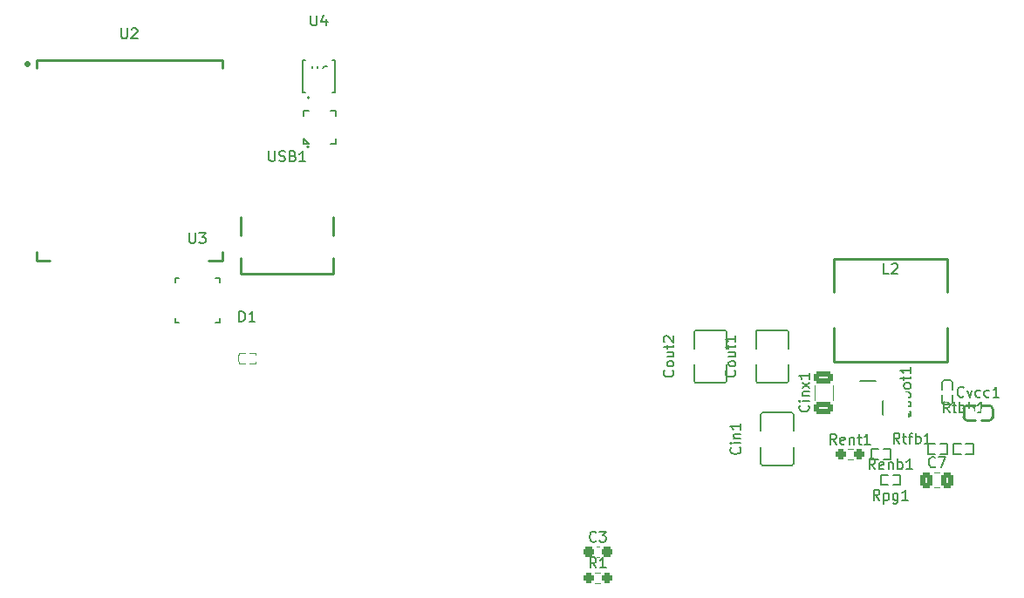
<source format=gbr>
%TF.GenerationSoftware,KiCad,Pcbnew,8.0.0*%
%TF.CreationDate,2024-03-08T03:35:26+01:00*%
%TF.ProjectId,pd65hotplate_esp32,70643635-686f-4747-906c-6174655f6573,rev?*%
%TF.SameCoordinates,Original*%
%TF.FileFunction,Legend,Top*%
%TF.FilePolarity,Positive*%
%FSLAX46Y46*%
G04 Gerber Fmt 4.6, Leading zero omitted, Abs format (unit mm)*
G04 Created by KiCad (PCBNEW 8.0.0) date 2024-03-08 03:35:26*
%MOMM*%
%LPD*%
G01*
G04 APERTURE LIST*
G04 Aperture macros list*
%AMRoundRect*
0 Rectangle with rounded corners*
0 $1 Rounding radius*
0 $2 $3 $4 $5 $6 $7 $8 $9 X,Y pos of 4 corners*
0 Add a 4 corners polygon primitive as box body*
4,1,4,$2,$3,$4,$5,$6,$7,$8,$9,$2,$3,0*
0 Add four circle primitives for the rounded corners*
1,1,$1+$1,$2,$3*
1,1,$1+$1,$4,$5*
1,1,$1+$1,$6,$7*
1,1,$1+$1,$8,$9*
0 Add four rect primitives between the rounded corners*
20,1,$1+$1,$2,$3,$4,$5,0*
20,1,$1+$1,$4,$5,$6,$7,0*
20,1,$1+$1,$6,$7,$8,$9,0*
20,1,$1+$1,$8,$9,$2,$3,0*%
G04 Aperture macros list end*
%ADD10C,0.150000*%
%ADD11C,0.254000*%
%ADD12C,0.120000*%
%ADD13C,0.250000*%
%ADD14C,0.200000*%
%ADD15C,0.100000*%
%ADD16RoundRect,0.237500X-0.250000X-0.237500X0.250000X-0.237500X0.250000X0.237500X-0.250000X0.237500X0*%
%ADD17R,0.570000X0.540000*%
%ADD18RoundRect,0.250000X-0.337500X-0.475000X0.337500X-0.475000X0.337500X0.475000X-0.337500X0.475000X0*%
%ADD19RoundRect,0.237500X-0.300000X-0.237500X0.300000X-0.237500X0.300000X0.237500X-0.300000X0.237500X0*%
%ADD20R,0.300000X1.150000*%
%ADD21O,1.000000X1.800000*%
%ADD22O,1.000000X2.100000*%
%ADD23C,0.650000*%
%ADD24R,0.280000X0.660000*%
%ADD25R,0.660000X0.280000*%
%ADD26R,1.750000X1.750000*%
%ADD27R,2.500000X1.500000*%
%ADD28O,0.280000X0.700000*%
%ADD29O,0.700000X0.280000*%
%ADD30R,2.800000X2.800000*%
%ADD31R,1.500000X0.900000*%
%ADD32R,0.900000X1.500000*%
%ADD33R,0.900000X0.900000*%
%ADD34C,0.400000*%
%ADD35R,3.000000X3.000000*%
%ADD36R,1.525000X0.650000*%
%ADD37R,2.400000X3.100000*%
%ADD38R,0.500000X0.600000*%
%ADD39R,2.700000X1.630000*%
%ADD40R,0.540000X0.790000*%
%ADD41R,0.800000X0.900000*%
%ADD42RoundRect,0.250000X0.650000X-0.325000X0.650000X0.325000X-0.650000X0.325000X-0.650000X-0.325000X0*%
G04 APERTURE END LIST*
D10*
X105236666Y-75024819D02*
X104903333Y-74548628D01*
X104665238Y-75024819D02*
X104665238Y-74024819D01*
X104665238Y-74024819D02*
X105046190Y-74024819D01*
X105046190Y-74024819D02*
X105141428Y-74072438D01*
X105141428Y-74072438D02*
X105189047Y-74120057D01*
X105189047Y-74120057D02*
X105236666Y-74215295D01*
X105236666Y-74215295D02*
X105236666Y-74358152D01*
X105236666Y-74358152D02*
X105189047Y-74453390D01*
X105189047Y-74453390D02*
X105141428Y-74501009D01*
X105141428Y-74501009D02*
X105046190Y-74548628D01*
X105046190Y-74548628D02*
X104665238Y-74548628D01*
X106046190Y-74977200D02*
X105950952Y-75024819D01*
X105950952Y-75024819D02*
X105760476Y-75024819D01*
X105760476Y-75024819D02*
X105665238Y-74977200D01*
X105665238Y-74977200D02*
X105617619Y-74881961D01*
X105617619Y-74881961D02*
X105617619Y-74501009D01*
X105617619Y-74501009D02*
X105665238Y-74405771D01*
X105665238Y-74405771D02*
X105760476Y-74358152D01*
X105760476Y-74358152D02*
X105950952Y-74358152D01*
X105950952Y-74358152D02*
X106046190Y-74405771D01*
X106046190Y-74405771D02*
X106093809Y-74501009D01*
X106093809Y-74501009D02*
X106093809Y-74596247D01*
X106093809Y-74596247D02*
X105617619Y-74691485D01*
X106522381Y-74358152D02*
X106522381Y-75024819D01*
X106522381Y-74453390D02*
X106570000Y-74405771D01*
X106570000Y-74405771D02*
X106665238Y-74358152D01*
X106665238Y-74358152D02*
X106808095Y-74358152D01*
X106808095Y-74358152D02*
X106903333Y-74405771D01*
X106903333Y-74405771D02*
X106950952Y-74501009D01*
X106950952Y-74501009D02*
X106950952Y-75024819D01*
X107284286Y-74358152D02*
X107665238Y-74358152D01*
X107427143Y-74024819D02*
X107427143Y-74881961D01*
X107427143Y-74881961D02*
X107474762Y-74977200D01*
X107474762Y-74977200D02*
X107570000Y-75024819D01*
X107570000Y-75024819D02*
X107665238Y-75024819D01*
X108522381Y-75024819D02*
X107950953Y-75024819D01*
X108236667Y-75024819D02*
X108236667Y-74024819D01*
X108236667Y-74024819D02*
X108141429Y-74167676D01*
X108141429Y-74167676D02*
X108046191Y-74262914D01*
X108046191Y-74262914D02*
X107950953Y-74310533D01*
X108999999Y-77454819D02*
X108666666Y-76978628D01*
X108428571Y-77454819D02*
X108428571Y-76454819D01*
X108428571Y-76454819D02*
X108809523Y-76454819D01*
X108809523Y-76454819D02*
X108904761Y-76502438D01*
X108904761Y-76502438D02*
X108952380Y-76550057D01*
X108952380Y-76550057D02*
X108999999Y-76645295D01*
X108999999Y-76645295D02*
X108999999Y-76788152D01*
X108999999Y-76788152D02*
X108952380Y-76883390D01*
X108952380Y-76883390D02*
X108904761Y-76931009D01*
X108904761Y-76931009D02*
X108809523Y-76978628D01*
X108809523Y-76978628D02*
X108428571Y-76978628D01*
X109809523Y-77407200D02*
X109714285Y-77454819D01*
X109714285Y-77454819D02*
X109523809Y-77454819D01*
X109523809Y-77454819D02*
X109428571Y-77407200D01*
X109428571Y-77407200D02*
X109380952Y-77311961D01*
X109380952Y-77311961D02*
X109380952Y-76931009D01*
X109380952Y-76931009D02*
X109428571Y-76835771D01*
X109428571Y-76835771D02*
X109523809Y-76788152D01*
X109523809Y-76788152D02*
X109714285Y-76788152D01*
X109714285Y-76788152D02*
X109809523Y-76835771D01*
X109809523Y-76835771D02*
X109857142Y-76931009D01*
X109857142Y-76931009D02*
X109857142Y-77026247D01*
X109857142Y-77026247D02*
X109380952Y-77121485D01*
X110285714Y-76788152D02*
X110285714Y-77454819D01*
X110285714Y-76883390D02*
X110333333Y-76835771D01*
X110333333Y-76835771D02*
X110428571Y-76788152D01*
X110428571Y-76788152D02*
X110571428Y-76788152D01*
X110571428Y-76788152D02*
X110666666Y-76835771D01*
X110666666Y-76835771D02*
X110714285Y-76931009D01*
X110714285Y-76931009D02*
X110714285Y-77454819D01*
X111190476Y-77454819D02*
X111190476Y-76454819D01*
X111190476Y-76835771D02*
X111285714Y-76788152D01*
X111285714Y-76788152D02*
X111476190Y-76788152D01*
X111476190Y-76788152D02*
X111571428Y-76835771D01*
X111571428Y-76835771D02*
X111619047Y-76883390D01*
X111619047Y-76883390D02*
X111666666Y-76978628D01*
X111666666Y-76978628D02*
X111666666Y-77264342D01*
X111666666Y-77264342D02*
X111619047Y-77359580D01*
X111619047Y-77359580D02*
X111571428Y-77407200D01*
X111571428Y-77407200D02*
X111476190Y-77454819D01*
X111476190Y-77454819D02*
X111285714Y-77454819D01*
X111285714Y-77454819D02*
X111190476Y-77407200D01*
X112619047Y-77454819D02*
X112047619Y-77454819D01*
X112333333Y-77454819D02*
X112333333Y-76454819D01*
X112333333Y-76454819D02*
X112238095Y-76597676D01*
X112238095Y-76597676D02*
X112142857Y-76692914D01*
X112142857Y-76692914D02*
X112047619Y-76740533D01*
X81920833Y-87024819D02*
X81587500Y-86548628D01*
X81349405Y-87024819D02*
X81349405Y-86024819D01*
X81349405Y-86024819D02*
X81730357Y-86024819D01*
X81730357Y-86024819D02*
X81825595Y-86072438D01*
X81825595Y-86072438D02*
X81873214Y-86120057D01*
X81873214Y-86120057D02*
X81920833Y-86215295D01*
X81920833Y-86215295D02*
X81920833Y-86358152D01*
X81920833Y-86358152D02*
X81873214Y-86453390D01*
X81873214Y-86453390D02*
X81825595Y-86501009D01*
X81825595Y-86501009D02*
X81730357Y-86548628D01*
X81730357Y-86548628D02*
X81349405Y-86548628D01*
X82873214Y-87024819D02*
X82301786Y-87024819D01*
X82587500Y-87024819D02*
X82587500Y-86024819D01*
X82587500Y-86024819D02*
X82492262Y-86167676D01*
X82492262Y-86167676D02*
X82397024Y-86262914D01*
X82397024Y-86262914D02*
X82301786Y-86310533D01*
X114833333Y-77179580D02*
X114785714Y-77227200D01*
X114785714Y-77227200D02*
X114642857Y-77274819D01*
X114642857Y-77274819D02*
X114547619Y-77274819D01*
X114547619Y-77274819D02*
X114404762Y-77227200D01*
X114404762Y-77227200D02*
X114309524Y-77131961D01*
X114309524Y-77131961D02*
X114261905Y-77036723D01*
X114261905Y-77036723D02*
X114214286Y-76846247D01*
X114214286Y-76846247D02*
X114214286Y-76703390D01*
X114214286Y-76703390D02*
X114261905Y-76512914D01*
X114261905Y-76512914D02*
X114309524Y-76417676D01*
X114309524Y-76417676D02*
X114404762Y-76322438D01*
X114404762Y-76322438D02*
X114547619Y-76274819D01*
X114547619Y-76274819D02*
X114642857Y-76274819D01*
X114642857Y-76274819D02*
X114785714Y-76322438D01*
X114785714Y-76322438D02*
X114833333Y-76370057D01*
X115166667Y-76274819D02*
X115833333Y-76274819D01*
X115833333Y-76274819D02*
X115404762Y-77274819D01*
X81920833Y-84419580D02*
X81873214Y-84467200D01*
X81873214Y-84467200D02*
X81730357Y-84514819D01*
X81730357Y-84514819D02*
X81635119Y-84514819D01*
X81635119Y-84514819D02*
X81492262Y-84467200D01*
X81492262Y-84467200D02*
X81397024Y-84371961D01*
X81397024Y-84371961D02*
X81349405Y-84276723D01*
X81349405Y-84276723D02*
X81301786Y-84086247D01*
X81301786Y-84086247D02*
X81301786Y-83943390D01*
X81301786Y-83943390D02*
X81349405Y-83752914D01*
X81349405Y-83752914D02*
X81397024Y-83657676D01*
X81397024Y-83657676D02*
X81492262Y-83562438D01*
X81492262Y-83562438D02*
X81635119Y-83514819D01*
X81635119Y-83514819D02*
X81730357Y-83514819D01*
X81730357Y-83514819D02*
X81873214Y-83562438D01*
X81873214Y-83562438D02*
X81920833Y-83610057D01*
X82254167Y-83514819D02*
X82873214Y-83514819D01*
X82873214Y-83514819D02*
X82539881Y-83895771D01*
X82539881Y-83895771D02*
X82682738Y-83895771D01*
X82682738Y-83895771D02*
X82777976Y-83943390D01*
X82777976Y-83943390D02*
X82825595Y-83991009D01*
X82825595Y-83991009D02*
X82873214Y-84086247D01*
X82873214Y-84086247D02*
X82873214Y-84324342D01*
X82873214Y-84324342D02*
X82825595Y-84419580D01*
X82825595Y-84419580D02*
X82777976Y-84467200D01*
X82777976Y-84467200D02*
X82682738Y-84514819D01*
X82682738Y-84514819D02*
X82397024Y-84514819D01*
X82397024Y-84514819D02*
X82301786Y-84467200D01*
X82301786Y-84467200D02*
X82254167Y-84419580D01*
X50161905Y-46549819D02*
X50161905Y-47359342D01*
X50161905Y-47359342D02*
X50209524Y-47454580D01*
X50209524Y-47454580D02*
X50257143Y-47502200D01*
X50257143Y-47502200D02*
X50352381Y-47549819D01*
X50352381Y-47549819D02*
X50542857Y-47549819D01*
X50542857Y-47549819D02*
X50638095Y-47502200D01*
X50638095Y-47502200D02*
X50685714Y-47454580D01*
X50685714Y-47454580D02*
X50733333Y-47359342D01*
X50733333Y-47359342D02*
X50733333Y-46549819D01*
X51161905Y-47502200D02*
X51304762Y-47549819D01*
X51304762Y-47549819D02*
X51542857Y-47549819D01*
X51542857Y-47549819D02*
X51638095Y-47502200D01*
X51638095Y-47502200D02*
X51685714Y-47454580D01*
X51685714Y-47454580D02*
X51733333Y-47359342D01*
X51733333Y-47359342D02*
X51733333Y-47264104D01*
X51733333Y-47264104D02*
X51685714Y-47168866D01*
X51685714Y-47168866D02*
X51638095Y-47121247D01*
X51638095Y-47121247D02*
X51542857Y-47073628D01*
X51542857Y-47073628D02*
X51352381Y-47026009D01*
X51352381Y-47026009D02*
X51257143Y-46978390D01*
X51257143Y-46978390D02*
X51209524Y-46930771D01*
X51209524Y-46930771D02*
X51161905Y-46835533D01*
X51161905Y-46835533D02*
X51161905Y-46740295D01*
X51161905Y-46740295D02*
X51209524Y-46645057D01*
X51209524Y-46645057D02*
X51257143Y-46597438D01*
X51257143Y-46597438D02*
X51352381Y-46549819D01*
X51352381Y-46549819D02*
X51590476Y-46549819D01*
X51590476Y-46549819D02*
X51733333Y-46597438D01*
X52495238Y-47026009D02*
X52638095Y-47073628D01*
X52638095Y-47073628D02*
X52685714Y-47121247D01*
X52685714Y-47121247D02*
X52733333Y-47216485D01*
X52733333Y-47216485D02*
X52733333Y-47359342D01*
X52733333Y-47359342D02*
X52685714Y-47454580D01*
X52685714Y-47454580D02*
X52638095Y-47502200D01*
X52638095Y-47502200D02*
X52542857Y-47549819D01*
X52542857Y-47549819D02*
X52161905Y-47549819D01*
X52161905Y-47549819D02*
X52161905Y-46549819D01*
X52161905Y-46549819D02*
X52495238Y-46549819D01*
X52495238Y-46549819D02*
X52590476Y-46597438D01*
X52590476Y-46597438D02*
X52638095Y-46645057D01*
X52638095Y-46645057D02*
X52685714Y-46740295D01*
X52685714Y-46740295D02*
X52685714Y-46835533D01*
X52685714Y-46835533D02*
X52638095Y-46930771D01*
X52638095Y-46930771D02*
X52590476Y-46978390D01*
X52590476Y-46978390D02*
X52495238Y-47026009D01*
X52495238Y-47026009D02*
X52161905Y-47026009D01*
X53685714Y-47549819D02*
X53114286Y-47549819D01*
X53400000Y-47549819D02*
X53400000Y-46549819D01*
X53400000Y-46549819D02*
X53304762Y-46692676D01*
X53304762Y-46692676D02*
X53209524Y-46787914D01*
X53209524Y-46787914D02*
X53114286Y-46835533D01*
X54328095Y-38294819D02*
X54328095Y-39104342D01*
X54328095Y-39104342D02*
X54375714Y-39199580D01*
X54375714Y-39199580D02*
X54423333Y-39247200D01*
X54423333Y-39247200D02*
X54518571Y-39294819D01*
X54518571Y-39294819D02*
X54709047Y-39294819D01*
X54709047Y-39294819D02*
X54804285Y-39247200D01*
X54804285Y-39247200D02*
X54851904Y-39199580D01*
X54851904Y-39199580D02*
X54899523Y-39104342D01*
X54899523Y-39104342D02*
X54899523Y-38294819D01*
X55804285Y-38294819D02*
X55613809Y-38294819D01*
X55613809Y-38294819D02*
X55518571Y-38342438D01*
X55518571Y-38342438D02*
X55470952Y-38390057D01*
X55470952Y-38390057D02*
X55375714Y-38532914D01*
X55375714Y-38532914D02*
X55328095Y-38723390D01*
X55328095Y-38723390D02*
X55328095Y-39104342D01*
X55328095Y-39104342D02*
X55375714Y-39199580D01*
X55375714Y-39199580D02*
X55423333Y-39247200D01*
X55423333Y-39247200D02*
X55518571Y-39294819D01*
X55518571Y-39294819D02*
X55709047Y-39294819D01*
X55709047Y-39294819D02*
X55804285Y-39247200D01*
X55804285Y-39247200D02*
X55851904Y-39199580D01*
X55851904Y-39199580D02*
X55899523Y-39104342D01*
X55899523Y-39104342D02*
X55899523Y-38866247D01*
X55899523Y-38866247D02*
X55851904Y-38771009D01*
X55851904Y-38771009D02*
X55804285Y-38723390D01*
X55804285Y-38723390D02*
X55709047Y-38675771D01*
X55709047Y-38675771D02*
X55518571Y-38675771D01*
X55518571Y-38675771D02*
X55423333Y-38723390D01*
X55423333Y-38723390D02*
X55375714Y-38771009D01*
X55375714Y-38771009D02*
X55328095Y-38866247D01*
X54233095Y-33374819D02*
X54233095Y-34184342D01*
X54233095Y-34184342D02*
X54280714Y-34279580D01*
X54280714Y-34279580D02*
X54328333Y-34327200D01*
X54328333Y-34327200D02*
X54423571Y-34374819D01*
X54423571Y-34374819D02*
X54614047Y-34374819D01*
X54614047Y-34374819D02*
X54709285Y-34327200D01*
X54709285Y-34327200D02*
X54756904Y-34279580D01*
X54756904Y-34279580D02*
X54804523Y-34184342D01*
X54804523Y-34184342D02*
X54804523Y-33374819D01*
X55709285Y-33708152D02*
X55709285Y-34374819D01*
X55471190Y-33327200D02*
X55233095Y-34041485D01*
X55233095Y-34041485D02*
X55852142Y-34041485D01*
X42428095Y-54504819D02*
X42428095Y-55314342D01*
X42428095Y-55314342D02*
X42475714Y-55409580D01*
X42475714Y-55409580D02*
X42523333Y-55457200D01*
X42523333Y-55457200D02*
X42618571Y-55504819D01*
X42618571Y-55504819D02*
X42809047Y-55504819D01*
X42809047Y-55504819D02*
X42904285Y-55457200D01*
X42904285Y-55457200D02*
X42951904Y-55409580D01*
X42951904Y-55409580D02*
X42999523Y-55314342D01*
X42999523Y-55314342D02*
X42999523Y-54504819D01*
X43380476Y-54504819D02*
X43999523Y-54504819D01*
X43999523Y-54504819D02*
X43666190Y-54885771D01*
X43666190Y-54885771D02*
X43809047Y-54885771D01*
X43809047Y-54885771D02*
X43904285Y-54933390D01*
X43904285Y-54933390D02*
X43951904Y-54981009D01*
X43951904Y-54981009D02*
X43999523Y-55076247D01*
X43999523Y-55076247D02*
X43999523Y-55314342D01*
X43999523Y-55314342D02*
X43951904Y-55409580D01*
X43951904Y-55409580D02*
X43904285Y-55457200D01*
X43904285Y-55457200D02*
X43809047Y-55504819D01*
X43809047Y-55504819D02*
X43523333Y-55504819D01*
X43523333Y-55504819D02*
X43428095Y-55457200D01*
X43428095Y-55457200D02*
X43380476Y-55409580D01*
X35823095Y-34629819D02*
X35823095Y-35439342D01*
X35823095Y-35439342D02*
X35870714Y-35534580D01*
X35870714Y-35534580D02*
X35918333Y-35582200D01*
X35918333Y-35582200D02*
X36013571Y-35629819D01*
X36013571Y-35629819D02*
X36204047Y-35629819D01*
X36204047Y-35629819D02*
X36299285Y-35582200D01*
X36299285Y-35582200D02*
X36346904Y-35534580D01*
X36346904Y-35534580D02*
X36394523Y-35439342D01*
X36394523Y-35439342D02*
X36394523Y-34629819D01*
X36823095Y-34725057D02*
X36870714Y-34677438D01*
X36870714Y-34677438D02*
X36965952Y-34629819D01*
X36965952Y-34629819D02*
X37204047Y-34629819D01*
X37204047Y-34629819D02*
X37299285Y-34677438D01*
X37299285Y-34677438D02*
X37346904Y-34725057D01*
X37346904Y-34725057D02*
X37394523Y-34820295D01*
X37394523Y-34820295D02*
X37394523Y-34915533D01*
X37394523Y-34915533D02*
X37346904Y-35058390D01*
X37346904Y-35058390D02*
X36775476Y-35629819D01*
X36775476Y-35629819D02*
X37394523Y-35629819D01*
X116212856Y-71954819D02*
X115879523Y-71478628D01*
X115641428Y-71954819D02*
X115641428Y-70954819D01*
X115641428Y-70954819D02*
X116022380Y-70954819D01*
X116022380Y-70954819D02*
X116117618Y-71002438D01*
X116117618Y-71002438D02*
X116165237Y-71050057D01*
X116165237Y-71050057D02*
X116212856Y-71145295D01*
X116212856Y-71145295D02*
X116212856Y-71288152D01*
X116212856Y-71288152D02*
X116165237Y-71383390D01*
X116165237Y-71383390D02*
X116117618Y-71431009D01*
X116117618Y-71431009D02*
X116022380Y-71478628D01*
X116022380Y-71478628D02*
X115641428Y-71478628D01*
X116498571Y-71288152D02*
X116879523Y-71288152D01*
X116641428Y-70954819D02*
X116641428Y-71811961D01*
X116641428Y-71811961D02*
X116689047Y-71907200D01*
X116689047Y-71907200D02*
X116784285Y-71954819D01*
X116784285Y-71954819D02*
X116879523Y-71954819D01*
X117212857Y-71954819D02*
X117212857Y-70954819D01*
X117212857Y-71335771D02*
X117308095Y-71288152D01*
X117308095Y-71288152D02*
X117498571Y-71288152D01*
X117498571Y-71288152D02*
X117593809Y-71335771D01*
X117593809Y-71335771D02*
X117641428Y-71383390D01*
X117641428Y-71383390D02*
X117689047Y-71478628D01*
X117689047Y-71478628D02*
X117689047Y-71764342D01*
X117689047Y-71764342D02*
X117641428Y-71859580D01*
X117641428Y-71859580D02*
X117593809Y-71907200D01*
X117593809Y-71907200D02*
X117498571Y-71954819D01*
X117498571Y-71954819D02*
X117308095Y-71954819D01*
X117308095Y-71954819D02*
X117212857Y-71907200D01*
X118117619Y-71954819D02*
X118117619Y-70954819D01*
X118117619Y-71335771D02*
X118212857Y-71288152D01*
X118212857Y-71288152D02*
X118403333Y-71288152D01*
X118403333Y-71288152D02*
X118498571Y-71335771D01*
X118498571Y-71335771D02*
X118546190Y-71383390D01*
X118546190Y-71383390D02*
X118593809Y-71478628D01*
X118593809Y-71478628D02*
X118593809Y-71764342D01*
X118593809Y-71764342D02*
X118546190Y-71859580D01*
X118546190Y-71859580D02*
X118498571Y-71907200D01*
X118498571Y-71907200D02*
X118403333Y-71954819D01*
X118403333Y-71954819D02*
X118212857Y-71954819D01*
X118212857Y-71954819D02*
X118117619Y-71907200D01*
X119546190Y-71954819D02*
X118974762Y-71954819D01*
X119260476Y-71954819D02*
X119260476Y-70954819D01*
X119260476Y-70954819D02*
X119165238Y-71097676D01*
X119165238Y-71097676D02*
X119070000Y-71192914D01*
X119070000Y-71192914D02*
X118974762Y-71240533D01*
X111379523Y-74954819D02*
X111046190Y-74478628D01*
X110808095Y-74954819D02*
X110808095Y-73954819D01*
X110808095Y-73954819D02*
X111189047Y-73954819D01*
X111189047Y-73954819D02*
X111284285Y-74002438D01*
X111284285Y-74002438D02*
X111331904Y-74050057D01*
X111331904Y-74050057D02*
X111379523Y-74145295D01*
X111379523Y-74145295D02*
X111379523Y-74288152D01*
X111379523Y-74288152D02*
X111331904Y-74383390D01*
X111331904Y-74383390D02*
X111284285Y-74431009D01*
X111284285Y-74431009D02*
X111189047Y-74478628D01*
X111189047Y-74478628D02*
X110808095Y-74478628D01*
X111665238Y-74288152D02*
X112046190Y-74288152D01*
X111808095Y-73954819D02*
X111808095Y-74811961D01*
X111808095Y-74811961D02*
X111855714Y-74907200D01*
X111855714Y-74907200D02*
X111950952Y-74954819D01*
X111950952Y-74954819D02*
X112046190Y-74954819D01*
X112236667Y-74288152D02*
X112617619Y-74288152D01*
X112379524Y-74954819D02*
X112379524Y-74097676D01*
X112379524Y-74097676D02*
X112427143Y-74002438D01*
X112427143Y-74002438D02*
X112522381Y-73954819D01*
X112522381Y-73954819D02*
X112617619Y-73954819D01*
X112950953Y-74954819D02*
X112950953Y-73954819D01*
X112950953Y-74335771D02*
X113046191Y-74288152D01*
X113046191Y-74288152D02*
X113236667Y-74288152D01*
X113236667Y-74288152D02*
X113331905Y-74335771D01*
X113331905Y-74335771D02*
X113379524Y-74383390D01*
X113379524Y-74383390D02*
X113427143Y-74478628D01*
X113427143Y-74478628D02*
X113427143Y-74764342D01*
X113427143Y-74764342D02*
X113379524Y-74859580D01*
X113379524Y-74859580D02*
X113331905Y-74907200D01*
X113331905Y-74907200D02*
X113236667Y-74954819D01*
X113236667Y-74954819D02*
X113046191Y-74954819D01*
X113046191Y-74954819D02*
X112950953Y-74907200D01*
X114379524Y-74954819D02*
X113808096Y-74954819D01*
X114093810Y-74954819D02*
X114093810Y-73954819D01*
X114093810Y-73954819D02*
X113998572Y-74097676D01*
X113998572Y-74097676D02*
X113903334Y-74192914D01*
X113903334Y-74192914D02*
X113808096Y-74240533D01*
X109428571Y-80454819D02*
X109095238Y-79978628D01*
X108857143Y-80454819D02*
X108857143Y-79454819D01*
X108857143Y-79454819D02*
X109238095Y-79454819D01*
X109238095Y-79454819D02*
X109333333Y-79502438D01*
X109333333Y-79502438D02*
X109380952Y-79550057D01*
X109380952Y-79550057D02*
X109428571Y-79645295D01*
X109428571Y-79645295D02*
X109428571Y-79788152D01*
X109428571Y-79788152D02*
X109380952Y-79883390D01*
X109380952Y-79883390D02*
X109333333Y-79931009D01*
X109333333Y-79931009D02*
X109238095Y-79978628D01*
X109238095Y-79978628D02*
X108857143Y-79978628D01*
X109857143Y-79788152D02*
X109857143Y-80788152D01*
X109857143Y-79835771D02*
X109952381Y-79788152D01*
X109952381Y-79788152D02*
X110142857Y-79788152D01*
X110142857Y-79788152D02*
X110238095Y-79835771D01*
X110238095Y-79835771D02*
X110285714Y-79883390D01*
X110285714Y-79883390D02*
X110333333Y-79978628D01*
X110333333Y-79978628D02*
X110333333Y-80264342D01*
X110333333Y-80264342D02*
X110285714Y-80359580D01*
X110285714Y-80359580D02*
X110238095Y-80407200D01*
X110238095Y-80407200D02*
X110142857Y-80454819D01*
X110142857Y-80454819D02*
X109952381Y-80454819D01*
X109952381Y-80454819D02*
X109857143Y-80407200D01*
X111190476Y-79788152D02*
X111190476Y-80597676D01*
X111190476Y-80597676D02*
X111142857Y-80692914D01*
X111142857Y-80692914D02*
X111095238Y-80740533D01*
X111095238Y-80740533D02*
X111000000Y-80788152D01*
X111000000Y-80788152D02*
X110857143Y-80788152D01*
X110857143Y-80788152D02*
X110761905Y-80740533D01*
X111190476Y-80407200D02*
X111095238Y-80454819D01*
X111095238Y-80454819D02*
X110904762Y-80454819D01*
X110904762Y-80454819D02*
X110809524Y-80407200D01*
X110809524Y-80407200D02*
X110761905Y-80359580D01*
X110761905Y-80359580D02*
X110714286Y-80264342D01*
X110714286Y-80264342D02*
X110714286Y-79978628D01*
X110714286Y-79978628D02*
X110761905Y-79883390D01*
X110761905Y-79883390D02*
X110809524Y-79835771D01*
X110809524Y-79835771D02*
X110904762Y-79788152D01*
X110904762Y-79788152D02*
X111095238Y-79788152D01*
X111095238Y-79788152D02*
X111190476Y-79835771D01*
X112190476Y-80454819D02*
X111619048Y-80454819D01*
X111904762Y-80454819D02*
X111904762Y-79454819D01*
X111904762Y-79454819D02*
X111809524Y-79597676D01*
X111809524Y-79597676D02*
X111714286Y-79692914D01*
X111714286Y-79692914D02*
X111619048Y-79740533D01*
X110333333Y-58454819D02*
X109857143Y-58454819D01*
X109857143Y-58454819D02*
X109857143Y-57454819D01*
X110619048Y-57550057D02*
X110666667Y-57502438D01*
X110666667Y-57502438D02*
X110761905Y-57454819D01*
X110761905Y-57454819D02*
X111000000Y-57454819D01*
X111000000Y-57454819D02*
X111095238Y-57502438D01*
X111095238Y-57502438D02*
X111142857Y-57550057D01*
X111142857Y-57550057D02*
X111190476Y-57645295D01*
X111190476Y-57645295D02*
X111190476Y-57740533D01*
X111190476Y-57740533D02*
X111142857Y-57883390D01*
X111142857Y-57883390D02*
X110571429Y-58454819D01*
X110571429Y-58454819D02*
X111190476Y-58454819D01*
D11*
X109760237Y-72074318D02*
X109760237Y-70804318D01*
X111090714Y-71953365D02*
X111030238Y-72013842D01*
X111030238Y-72013842D02*
X110848809Y-72074318D01*
X110848809Y-72074318D02*
X110727857Y-72074318D01*
X110727857Y-72074318D02*
X110546428Y-72013842D01*
X110546428Y-72013842D02*
X110425476Y-71892889D01*
X110425476Y-71892889D02*
X110364999Y-71771937D01*
X110364999Y-71771937D02*
X110304523Y-71530032D01*
X110304523Y-71530032D02*
X110304523Y-71348603D01*
X110304523Y-71348603D02*
X110364999Y-71106699D01*
X110364999Y-71106699D02*
X110425476Y-70985746D01*
X110425476Y-70985746D02*
X110546428Y-70864794D01*
X110546428Y-70864794D02*
X110727857Y-70804318D01*
X110727857Y-70804318D02*
X110848809Y-70804318D01*
X110848809Y-70804318D02*
X111030238Y-70864794D01*
X111030238Y-70864794D02*
X111090714Y-70925270D01*
X112300238Y-72074318D02*
X111574523Y-72074318D01*
X111937380Y-72074318D02*
X111937380Y-70804318D01*
X111937380Y-70804318D02*
X111816428Y-70985746D01*
X111816428Y-70985746D02*
X111695476Y-71106699D01*
X111695476Y-71106699D02*
X111574523Y-71167175D01*
D10*
X47291905Y-63114819D02*
X47291905Y-62114819D01*
X47291905Y-62114819D02*
X47530000Y-62114819D01*
X47530000Y-62114819D02*
X47672857Y-62162438D01*
X47672857Y-62162438D02*
X47768095Y-62257676D01*
X47768095Y-62257676D02*
X47815714Y-62352914D01*
X47815714Y-62352914D02*
X47863333Y-62543390D01*
X47863333Y-62543390D02*
X47863333Y-62686247D01*
X47863333Y-62686247D02*
X47815714Y-62876723D01*
X47815714Y-62876723D02*
X47768095Y-62971961D01*
X47768095Y-62971961D02*
X47672857Y-63067200D01*
X47672857Y-63067200D02*
X47530000Y-63114819D01*
X47530000Y-63114819D02*
X47291905Y-63114819D01*
X48815714Y-63114819D02*
X48244286Y-63114819D01*
X48530000Y-63114819D02*
X48530000Y-62114819D01*
X48530000Y-62114819D02*
X48434762Y-62257676D01*
X48434762Y-62257676D02*
X48339524Y-62352914D01*
X48339524Y-62352914D02*
X48244286Y-62400533D01*
X89359580Y-67857143D02*
X89407200Y-67904762D01*
X89407200Y-67904762D02*
X89454819Y-68047619D01*
X89454819Y-68047619D02*
X89454819Y-68142857D01*
X89454819Y-68142857D02*
X89407200Y-68285714D01*
X89407200Y-68285714D02*
X89311961Y-68380952D01*
X89311961Y-68380952D02*
X89216723Y-68428571D01*
X89216723Y-68428571D02*
X89026247Y-68476190D01*
X89026247Y-68476190D02*
X88883390Y-68476190D01*
X88883390Y-68476190D02*
X88692914Y-68428571D01*
X88692914Y-68428571D02*
X88597676Y-68380952D01*
X88597676Y-68380952D02*
X88502438Y-68285714D01*
X88502438Y-68285714D02*
X88454819Y-68142857D01*
X88454819Y-68142857D02*
X88454819Y-68047619D01*
X88454819Y-68047619D02*
X88502438Y-67904762D01*
X88502438Y-67904762D02*
X88550057Y-67857143D01*
X89454819Y-67285714D02*
X89407200Y-67380952D01*
X89407200Y-67380952D02*
X89359580Y-67428571D01*
X89359580Y-67428571D02*
X89264342Y-67476190D01*
X89264342Y-67476190D02*
X88978628Y-67476190D01*
X88978628Y-67476190D02*
X88883390Y-67428571D01*
X88883390Y-67428571D02*
X88835771Y-67380952D01*
X88835771Y-67380952D02*
X88788152Y-67285714D01*
X88788152Y-67285714D02*
X88788152Y-67142857D01*
X88788152Y-67142857D02*
X88835771Y-67047619D01*
X88835771Y-67047619D02*
X88883390Y-67000000D01*
X88883390Y-67000000D02*
X88978628Y-66952381D01*
X88978628Y-66952381D02*
X89264342Y-66952381D01*
X89264342Y-66952381D02*
X89359580Y-67000000D01*
X89359580Y-67000000D02*
X89407200Y-67047619D01*
X89407200Y-67047619D02*
X89454819Y-67142857D01*
X89454819Y-67142857D02*
X89454819Y-67285714D01*
X88788152Y-66095238D02*
X89454819Y-66095238D01*
X88788152Y-66523809D02*
X89311961Y-66523809D01*
X89311961Y-66523809D02*
X89407200Y-66476190D01*
X89407200Y-66476190D02*
X89454819Y-66380952D01*
X89454819Y-66380952D02*
X89454819Y-66238095D01*
X89454819Y-66238095D02*
X89407200Y-66142857D01*
X89407200Y-66142857D02*
X89359580Y-66095238D01*
X88788152Y-65761904D02*
X88788152Y-65380952D01*
X88454819Y-65619047D02*
X89311961Y-65619047D01*
X89311961Y-65619047D02*
X89407200Y-65571428D01*
X89407200Y-65571428D02*
X89454819Y-65476190D01*
X89454819Y-65476190D02*
X89454819Y-65380952D01*
X88550057Y-65095237D02*
X88502438Y-65047618D01*
X88502438Y-65047618D02*
X88454819Y-64952380D01*
X88454819Y-64952380D02*
X88454819Y-64714285D01*
X88454819Y-64714285D02*
X88502438Y-64619047D01*
X88502438Y-64619047D02*
X88550057Y-64571428D01*
X88550057Y-64571428D02*
X88645295Y-64523809D01*
X88645295Y-64523809D02*
X88740533Y-64523809D01*
X88740533Y-64523809D02*
X88883390Y-64571428D01*
X88883390Y-64571428D02*
X89454819Y-65142856D01*
X89454819Y-65142856D02*
X89454819Y-64523809D01*
X95359580Y-67857143D02*
X95407200Y-67904762D01*
X95407200Y-67904762D02*
X95454819Y-68047619D01*
X95454819Y-68047619D02*
X95454819Y-68142857D01*
X95454819Y-68142857D02*
X95407200Y-68285714D01*
X95407200Y-68285714D02*
X95311961Y-68380952D01*
X95311961Y-68380952D02*
X95216723Y-68428571D01*
X95216723Y-68428571D02*
X95026247Y-68476190D01*
X95026247Y-68476190D02*
X94883390Y-68476190D01*
X94883390Y-68476190D02*
X94692914Y-68428571D01*
X94692914Y-68428571D02*
X94597676Y-68380952D01*
X94597676Y-68380952D02*
X94502438Y-68285714D01*
X94502438Y-68285714D02*
X94454819Y-68142857D01*
X94454819Y-68142857D02*
X94454819Y-68047619D01*
X94454819Y-68047619D02*
X94502438Y-67904762D01*
X94502438Y-67904762D02*
X94550057Y-67857143D01*
X95454819Y-67285714D02*
X95407200Y-67380952D01*
X95407200Y-67380952D02*
X95359580Y-67428571D01*
X95359580Y-67428571D02*
X95264342Y-67476190D01*
X95264342Y-67476190D02*
X94978628Y-67476190D01*
X94978628Y-67476190D02*
X94883390Y-67428571D01*
X94883390Y-67428571D02*
X94835771Y-67380952D01*
X94835771Y-67380952D02*
X94788152Y-67285714D01*
X94788152Y-67285714D02*
X94788152Y-67142857D01*
X94788152Y-67142857D02*
X94835771Y-67047619D01*
X94835771Y-67047619D02*
X94883390Y-67000000D01*
X94883390Y-67000000D02*
X94978628Y-66952381D01*
X94978628Y-66952381D02*
X95264342Y-66952381D01*
X95264342Y-66952381D02*
X95359580Y-67000000D01*
X95359580Y-67000000D02*
X95407200Y-67047619D01*
X95407200Y-67047619D02*
X95454819Y-67142857D01*
X95454819Y-67142857D02*
X95454819Y-67285714D01*
X94788152Y-66095238D02*
X95454819Y-66095238D01*
X94788152Y-66523809D02*
X95311961Y-66523809D01*
X95311961Y-66523809D02*
X95407200Y-66476190D01*
X95407200Y-66476190D02*
X95454819Y-66380952D01*
X95454819Y-66380952D02*
X95454819Y-66238095D01*
X95454819Y-66238095D02*
X95407200Y-66142857D01*
X95407200Y-66142857D02*
X95359580Y-66095238D01*
X94788152Y-65761904D02*
X94788152Y-65380952D01*
X94454819Y-65619047D02*
X95311961Y-65619047D01*
X95311961Y-65619047D02*
X95407200Y-65571428D01*
X95407200Y-65571428D02*
X95454819Y-65476190D01*
X95454819Y-65476190D02*
X95454819Y-65380952D01*
X95454819Y-64523809D02*
X95454819Y-65095237D01*
X95454819Y-64809523D02*
X94454819Y-64809523D01*
X94454819Y-64809523D02*
X94597676Y-64904761D01*
X94597676Y-64904761D02*
X94692914Y-64999999D01*
X94692914Y-64999999D02*
X94740533Y-65095237D01*
X112359580Y-71809524D02*
X112407200Y-71857143D01*
X112407200Y-71857143D02*
X112454819Y-72000000D01*
X112454819Y-72000000D02*
X112454819Y-72095238D01*
X112454819Y-72095238D02*
X112407200Y-72238095D01*
X112407200Y-72238095D02*
X112311961Y-72333333D01*
X112311961Y-72333333D02*
X112216723Y-72380952D01*
X112216723Y-72380952D02*
X112026247Y-72428571D01*
X112026247Y-72428571D02*
X111883390Y-72428571D01*
X111883390Y-72428571D02*
X111692914Y-72380952D01*
X111692914Y-72380952D02*
X111597676Y-72333333D01*
X111597676Y-72333333D02*
X111502438Y-72238095D01*
X111502438Y-72238095D02*
X111454819Y-72095238D01*
X111454819Y-72095238D02*
X111454819Y-72000000D01*
X111454819Y-72000000D02*
X111502438Y-71857143D01*
X111502438Y-71857143D02*
X111550057Y-71809524D01*
X112454819Y-71380952D02*
X111454819Y-71380952D01*
X111835771Y-71380952D02*
X111788152Y-71285714D01*
X111788152Y-71285714D02*
X111788152Y-71095238D01*
X111788152Y-71095238D02*
X111835771Y-71000000D01*
X111835771Y-71000000D02*
X111883390Y-70952381D01*
X111883390Y-70952381D02*
X111978628Y-70904762D01*
X111978628Y-70904762D02*
X112264342Y-70904762D01*
X112264342Y-70904762D02*
X112359580Y-70952381D01*
X112359580Y-70952381D02*
X112407200Y-71000000D01*
X112407200Y-71000000D02*
X112454819Y-71095238D01*
X112454819Y-71095238D02*
X112454819Y-71285714D01*
X112454819Y-71285714D02*
X112407200Y-71380952D01*
X112454819Y-70333333D02*
X112407200Y-70428571D01*
X112407200Y-70428571D02*
X112359580Y-70476190D01*
X112359580Y-70476190D02*
X112264342Y-70523809D01*
X112264342Y-70523809D02*
X111978628Y-70523809D01*
X111978628Y-70523809D02*
X111883390Y-70476190D01*
X111883390Y-70476190D02*
X111835771Y-70428571D01*
X111835771Y-70428571D02*
X111788152Y-70333333D01*
X111788152Y-70333333D02*
X111788152Y-70190476D01*
X111788152Y-70190476D02*
X111835771Y-70095238D01*
X111835771Y-70095238D02*
X111883390Y-70047619D01*
X111883390Y-70047619D02*
X111978628Y-70000000D01*
X111978628Y-70000000D02*
X112264342Y-70000000D01*
X112264342Y-70000000D02*
X112359580Y-70047619D01*
X112359580Y-70047619D02*
X112407200Y-70095238D01*
X112407200Y-70095238D02*
X112454819Y-70190476D01*
X112454819Y-70190476D02*
X112454819Y-70333333D01*
X112454819Y-69428571D02*
X112407200Y-69523809D01*
X112407200Y-69523809D02*
X112359580Y-69571428D01*
X112359580Y-69571428D02*
X112264342Y-69619047D01*
X112264342Y-69619047D02*
X111978628Y-69619047D01*
X111978628Y-69619047D02*
X111883390Y-69571428D01*
X111883390Y-69571428D02*
X111835771Y-69523809D01*
X111835771Y-69523809D02*
X111788152Y-69428571D01*
X111788152Y-69428571D02*
X111788152Y-69285714D01*
X111788152Y-69285714D02*
X111835771Y-69190476D01*
X111835771Y-69190476D02*
X111883390Y-69142857D01*
X111883390Y-69142857D02*
X111978628Y-69095238D01*
X111978628Y-69095238D02*
X112264342Y-69095238D01*
X112264342Y-69095238D02*
X112359580Y-69142857D01*
X112359580Y-69142857D02*
X112407200Y-69190476D01*
X112407200Y-69190476D02*
X112454819Y-69285714D01*
X112454819Y-69285714D02*
X112454819Y-69428571D01*
X111788152Y-68809523D02*
X111788152Y-68428571D01*
X111454819Y-68666666D02*
X112311961Y-68666666D01*
X112311961Y-68666666D02*
X112407200Y-68619047D01*
X112407200Y-68619047D02*
X112454819Y-68523809D01*
X112454819Y-68523809D02*
X112454819Y-68428571D01*
X112454819Y-67571428D02*
X112454819Y-68142856D01*
X112454819Y-67857142D02*
X111454819Y-67857142D01*
X111454819Y-67857142D02*
X111597676Y-67952380D01*
X111597676Y-67952380D02*
X111692914Y-68047618D01*
X111692914Y-68047618D02*
X111740533Y-68142856D01*
X117595237Y-70359580D02*
X117547618Y-70407200D01*
X117547618Y-70407200D02*
X117404761Y-70454819D01*
X117404761Y-70454819D02*
X117309523Y-70454819D01*
X117309523Y-70454819D02*
X117166666Y-70407200D01*
X117166666Y-70407200D02*
X117071428Y-70311961D01*
X117071428Y-70311961D02*
X117023809Y-70216723D01*
X117023809Y-70216723D02*
X116976190Y-70026247D01*
X116976190Y-70026247D02*
X116976190Y-69883390D01*
X116976190Y-69883390D02*
X117023809Y-69692914D01*
X117023809Y-69692914D02*
X117071428Y-69597676D01*
X117071428Y-69597676D02*
X117166666Y-69502438D01*
X117166666Y-69502438D02*
X117309523Y-69454819D01*
X117309523Y-69454819D02*
X117404761Y-69454819D01*
X117404761Y-69454819D02*
X117547618Y-69502438D01*
X117547618Y-69502438D02*
X117595237Y-69550057D01*
X117928571Y-69788152D02*
X118166666Y-70454819D01*
X118166666Y-70454819D02*
X118404761Y-69788152D01*
X119214285Y-70407200D02*
X119119047Y-70454819D01*
X119119047Y-70454819D02*
X118928571Y-70454819D01*
X118928571Y-70454819D02*
X118833333Y-70407200D01*
X118833333Y-70407200D02*
X118785714Y-70359580D01*
X118785714Y-70359580D02*
X118738095Y-70264342D01*
X118738095Y-70264342D02*
X118738095Y-69978628D01*
X118738095Y-69978628D02*
X118785714Y-69883390D01*
X118785714Y-69883390D02*
X118833333Y-69835771D01*
X118833333Y-69835771D02*
X118928571Y-69788152D01*
X118928571Y-69788152D02*
X119119047Y-69788152D01*
X119119047Y-69788152D02*
X119214285Y-69835771D01*
X120071428Y-70407200D02*
X119976190Y-70454819D01*
X119976190Y-70454819D02*
X119785714Y-70454819D01*
X119785714Y-70454819D02*
X119690476Y-70407200D01*
X119690476Y-70407200D02*
X119642857Y-70359580D01*
X119642857Y-70359580D02*
X119595238Y-70264342D01*
X119595238Y-70264342D02*
X119595238Y-69978628D01*
X119595238Y-69978628D02*
X119642857Y-69883390D01*
X119642857Y-69883390D02*
X119690476Y-69835771D01*
X119690476Y-69835771D02*
X119785714Y-69788152D01*
X119785714Y-69788152D02*
X119976190Y-69788152D01*
X119976190Y-69788152D02*
X120071428Y-69835771D01*
X121023809Y-70454819D02*
X120452381Y-70454819D01*
X120738095Y-70454819D02*
X120738095Y-69454819D01*
X120738095Y-69454819D02*
X120642857Y-69597676D01*
X120642857Y-69597676D02*
X120547619Y-69692914D01*
X120547619Y-69692914D02*
X120452381Y-69740533D01*
X102509580Y-71261904D02*
X102557200Y-71309523D01*
X102557200Y-71309523D02*
X102604819Y-71452380D01*
X102604819Y-71452380D02*
X102604819Y-71547618D01*
X102604819Y-71547618D02*
X102557200Y-71690475D01*
X102557200Y-71690475D02*
X102461961Y-71785713D01*
X102461961Y-71785713D02*
X102366723Y-71833332D01*
X102366723Y-71833332D02*
X102176247Y-71880951D01*
X102176247Y-71880951D02*
X102033390Y-71880951D01*
X102033390Y-71880951D02*
X101842914Y-71833332D01*
X101842914Y-71833332D02*
X101747676Y-71785713D01*
X101747676Y-71785713D02*
X101652438Y-71690475D01*
X101652438Y-71690475D02*
X101604819Y-71547618D01*
X101604819Y-71547618D02*
X101604819Y-71452380D01*
X101604819Y-71452380D02*
X101652438Y-71309523D01*
X101652438Y-71309523D02*
X101700057Y-71261904D01*
X102604819Y-70833332D02*
X101938152Y-70833332D01*
X101604819Y-70833332D02*
X101652438Y-70880951D01*
X101652438Y-70880951D02*
X101700057Y-70833332D01*
X101700057Y-70833332D02*
X101652438Y-70785713D01*
X101652438Y-70785713D02*
X101604819Y-70833332D01*
X101604819Y-70833332D02*
X101700057Y-70833332D01*
X101938152Y-70357142D02*
X102604819Y-70357142D01*
X102033390Y-70357142D02*
X101985771Y-70309523D01*
X101985771Y-70309523D02*
X101938152Y-70214285D01*
X101938152Y-70214285D02*
X101938152Y-70071428D01*
X101938152Y-70071428D02*
X101985771Y-69976190D01*
X101985771Y-69976190D02*
X102081009Y-69928571D01*
X102081009Y-69928571D02*
X102604819Y-69928571D01*
X102604819Y-69547618D02*
X101938152Y-69023809D01*
X101938152Y-69547618D02*
X102604819Y-69023809D01*
X102604819Y-68119047D02*
X102604819Y-68690475D01*
X102604819Y-68404761D02*
X101604819Y-68404761D01*
X101604819Y-68404761D02*
X101747676Y-68499999D01*
X101747676Y-68499999D02*
X101842914Y-68595237D01*
X101842914Y-68595237D02*
X101890533Y-68690475D01*
X95859580Y-75357142D02*
X95907200Y-75404761D01*
X95907200Y-75404761D02*
X95954819Y-75547618D01*
X95954819Y-75547618D02*
X95954819Y-75642856D01*
X95954819Y-75642856D02*
X95907200Y-75785713D01*
X95907200Y-75785713D02*
X95811961Y-75880951D01*
X95811961Y-75880951D02*
X95716723Y-75928570D01*
X95716723Y-75928570D02*
X95526247Y-75976189D01*
X95526247Y-75976189D02*
X95383390Y-75976189D01*
X95383390Y-75976189D02*
X95192914Y-75928570D01*
X95192914Y-75928570D02*
X95097676Y-75880951D01*
X95097676Y-75880951D02*
X95002438Y-75785713D01*
X95002438Y-75785713D02*
X94954819Y-75642856D01*
X94954819Y-75642856D02*
X94954819Y-75547618D01*
X94954819Y-75547618D02*
X95002438Y-75404761D01*
X95002438Y-75404761D02*
X95050057Y-75357142D01*
X95954819Y-74928570D02*
X95288152Y-74928570D01*
X94954819Y-74928570D02*
X95002438Y-74976189D01*
X95002438Y-74976189D02*
X95050057Y-74928570D01*
X95050057Y-74928570D02*
X95002438Y-74880951D01*
X95002438Y-74880951D02*
X94954819Y-74928570D01*
X94954819Y-74928570D02*
X95050057Y-74928570D01*
X95288152Y-74452380D02*
X95954819Y-74452380D01*
X95383390Y-74452380D02*
X95335771Y-74404761D01*
X95335771Y-74404761D02*
X95288152Y-74309523D01*
X95288152Y-74309523D02*
X95288152Y-74166666D01*
X95288152Y-74166666D02*
X95335771Y-74071428D01*
X95335771Y-74071428D02*
X95431009Y-74023809D01*
X95431009Y-74023809D02*
X95954819Y-74023809D01*
X95954819Y-73023809D02*
X95954819Y-73595237D01*
X95954819Y-73309523D02*
X94954819Y-73309523D01*
X94954819Y-73309523D02*
X95097676Y-73404761D01*
X95097676Y-73404761D02*
X95192914Y-73499999D01*
X95192914Y-73499999D02*
X95240533Y-73595237D01*
D12*
%TO.C,Rent1*%
X106315276Y-75477500D02*
X106824724Y-75477500D01*
X106315276Y-76522500D02*
X106824724Y-76522500D01*
D10*
%TO.C,Renb1*%
X109340000Y-76500000D02*
X108630000Y-76500000D01*
X108630000Y-76500000D02*
X108630000Y-75500000D01*
X108630000Y-75500000D02*
X109340000Y-75500000D01*
X109800000Y-76500000D02*
X110510000Y-76500000D01*
X110510000Y-76500000D02*
X110510000Y-75500000D01*
X110510000Y-75500000D02*
X109800000Y-75500000D01*
D12*
%TO.C,R1*%
X81832776Y-87477500D02*
X82342224Y-87477500D01*
X81832776Y-88522500D02*
X82342224Y-88522500D01*
%TO.C,C7*%
X114738748Y-77765000D02*
X115261252Y-77765000D01*
X114738748Y-79235000D02*
X115261252Y-79235000D01*
%TO.C,C3*%
X81941233Y-84980000D02*
X82233767Y-84980000D01*
X81941233Y-86000000D02*
X82233767Y-86000000D01*
D13*
%TO.C,USB1*%
X56370000Y-54725000D02*
X56370000Y-52925000D01*
X56370000Y-58435000D02*
X56370000Y-56955000D01*
X47430000Y-54725000D02*
X47430000Y-52925000D01*
X47430000Y-58435000D02*
X47430000Y-56955000D01*
X47430000Y-58435000D02*
X56370000Y-58435000D01*
D10*
%TO.C,U6*%
X54010000Y-45830000D02*
X53510000Y-45330000D01*
X53510000Y-43170000D02*
X53510000Y-42670000D01*
X53510000Y-42670000D02*
X54010000Y-42670000D01*
X56670000Y-43170000D02*
X56670000Y-42670000D01*
X56670000Y-42670000D02*
X56170000Y-42670000D01*
X53510000Y-45330000D02*
X53510000Y-45830000D01*
X53510000Y-45830000D02*
X54010000Y-45830000D01*
X56670000Y-45330000D02*
X56670000Y-45830000D01*
X56670000Y-45830000D02*
X56170000Y-45830000D01*
X54020000Y-46150000D02*
G75*
G02*
X53880000Y-46150000I-70000J0D01*
G01*
X53880000Y-46150000D02*
G75*
G02*
X54020000Y-46150000I70000J0D01*
G01*
%TO.C,U4*%
X53425000Y-37750000D02*
X53665000Y-37750000D01*
X53425000Y-40900000D02*
X53425000Y-37750000D01*
X53665000Y-40900000D02*
X53425000Y-40900000D01*
X56325000Y-40900000D02*
X56575000Y-40900000D01*
X56575000Y-37750000D02*
X56325000Y-37750000D01*
X56575000Y-40900000D02*
X56575000Y-37750000D01*
X54065000Y-41370000D02*
G75*
G02*
X53925000Y-41370000I-70000J0D01*
G01*
X53925000Y-41370000D02*
G75*
G02*
X54065000Y-41370000I70000J0D01*
G01*
D14*
%TO.C,U3*%
X45350000Y-59300000D02*
X45350000Y-58900000D01*
X45350000Y-58900000D02*
X44950000Y-58900000D01*
X41050000Y-59300000D02*
X41050000Y-58900000D01*
X41050000Y-58900000D02*
X41450000Y-58900000D01*
X41450000Y-63200000D02*
X41050000Y-63200000D01*
X41050000Y-63200000D02*
X41050000Y-62800000D01*
X45350000Y-62800000D02*
X45350000Y-63200000D01*
X45350000Y-63200000D02*
X44950000Y-63200000D01*
D13*
%TO.C,U2*%
X45605000Y-38495000D02*
X45605000Y-37715000D01*
X27585000Y-37715000D02*
X27585000Y-38495000D01*
X27585000Y-37715000D02*
X45605000Y-37715000D01*
X44255000Y-57215000D02*
X45605000Y-57215000D01*
X45605000Y-57215000D02*
X45605000Y-56365000D01*
X27585000Y-56365000D02*
X27585000Y-57215000D01*
X27585000Y-57215000D02*
X28915000Y-57215000D01*
X26905000Y-38115000D02*
G75*
G02*
X26545000Y-38115000I-180000J0D01*
G01*
X26545000Y-38115000D02*
G75*
G02*
X26905000Y-38115000I180000J0D01*
G01*
D10*
%TO.C,Rtbb1*%
X117340000Y-76000000D02*
X116630000Y-76000000D01*
X116630000Y-76000000D02*
X116630000Y-75000000D01*
X116630000Y-75000000D02*
X117340000Y-75000000D01*
X117800000Y-76000000D02*
X118510000Y-76000000D01*
X118510000Y-76000000D02*
X118510000Y-75000000D01*
X118510000Y-75000000D02*
X117800000Y-75000000D01*
%TO.C,Rtfb1*%
X114840000Y-76000000D02*
X114130000Y-76000000D01*
X114130000Y-76000000D02*
X114130000Y-75000000D01*
X114130000Y-75000000D02*
X114840000Y-75000000D01*
X115300000Y-76000000D02*
X116010000Y-76000000D01*
X116010000Y-76000000D02*
X116010000Y-75000000D01*
X116010000Y-75000000D02*
X115300000Y-75000000D01*
%TO.C,Rpg1*%
X110270000Y-79000000D02*
X109560000Y-79000000D01*
X109560000Y-79000000D02*
X109560000Y-78000000D01*
X109560000Y-78000000D02*
X110270000Y-78000000D01*
X110730000Y-79000000D02*
X111440000Y-79000000D01*
X111440000Y-79000000D02*
X111440000Y-78000000D01*
X111440000Y-78000000D02*
X110730000Y-78000000D01*
D13*
%TO.C,L2*%
X105000000Y-60270000D02*
X105000000Y-59640000D01*
X105000000Y-64280000D02*
X105000000Y-63730000D01*
X116000000Y-63730000D02*
X116000000Y-64540000D01*
X116000000Y-59720000D02*
X116000000Y-60270000D01*
X105000000Y-57000000D02*
X116000000Y-57000000D01*
X105000000Y-67000000D02*
X116000000Y-67000000D01*
X105000000Y-67000000D02*
X105000000Y-64280000D01*
X105000000Y-59720000D02*
X105000000Y-57000000D01*
X116000000Y-67000000D02*
X116000000Y-64280000D01*
X116000000Y-59720000D02*
X116000000Y-57000000D01*
D14*
%TO.C,IC1*%
X107525000Y-68920000D02*
X109050000Y-68920000D01*
D15*
%TO.C,D1*%
X47230000Y-66990000D02*
X47230000Y-67160000D01*
X47230000Y-67160000D02*
X47830000Y-67160000D01*
X48830000Y-66990000D02*
X48830000Y-67160000D01*
X48830000Y-67160000D02*
X48230000Y-67160000D01*
X47830000Y-66160000D02*
X47230000Y-66160000D01*
X47230000Y-66160000D02*
X47230000Y-66330000D01*
X48230000Y-66160000D02*
X48830000Y-66160000D01*
X48830000Y-66160000D02*
X48830000Y-66330000D01*
X47130000Y-66360000D02*
X47130000Y-66960000D01*
D10*
%TO.C,Cout2*%
X94430000Y-63940000D02*
X91570000Y-63940000D01*
X91420000Y-64090000D02*
X91420000Y-65720000D01*
X94580000Y-65720000D02*
X94580000Y-64090000D01*
X91420000Y-68910000D02*
X91420000Y-67280000D01*
X94580000Y-67280000D02*
X94580000Y-68910000D01*
X94430000Y-69060000D02*
X91570000Y-69060000D01*
X94430000Y-63940000D02*
G75*
G02*
X94580000Y-64090000I0J-150000D01*
G01*
X91420000Y-64090000D02*
G75*
G02*
X91570000Y-63940000I150000J0D01*
G01*
X94580000Y-68910000D02*
G75*
G02*
X94430000Y-69060000I-150000J0D01*
G01*
X91570000Y-69060000D02*
G75*
G02*
X91420000Y-68910000I0J150000D01*
G01*
%TO.C,Cout1*%
X100430000Y-63940000D02*
X97570000Y-63940000D01*
X97420000Y-64090000D02*
X97420000Y-65720000D01*
X100580000Y-65720000D02*
X100580000Y-64090000D01*
X97420000Y-68910000D02*
X97420000Y-67280000D01*
X100580000Y-67280000D02*
X100580000Y-68910000D01*
X100430000Y-69060000D02*
X97570000Y-69060000D01*
X100430000Y-63940000D02*
G75*
G02*
X100580000Y-64090000I0J-150000D01*
G01*
X97420000Y-64090000D02*
G75*
G02*
X97570000Y-63940000I150000J0D01*
G01*
X100580000Y-68910000D02*
G75*
G02*
X100430000Y-69060000I-150000J0D01*
G01*
X97570000Y-69060000D02*
G75*
G02*
X97420000Y-68910000I0J150000D01*
G01*
%TO.C,Cboot1*%
X115500000Y-68980000D02*
X115500000Y-69770000D01*
X116500000Y-69770000D02*
X116500000Y-68980000D01*
X116350000Y-68830000D02*
X115650000Y-68830000D01*
X115500000Y-71020000D02*
X115500000Y-70230000D01*
X116500000Y-70230000D02*
X116500000Y-71020000D01*
X116350000Y-71170000D02*
X115650000Y-71170000D01*
X116350000Y-68830000D02*
G75*
G02*
X116500000Y-68980000I0J-150000D01*
G01*
X115500000Y-68980000D02*
G75*
G02*
X115650000Y-68830000I150000J0D01*
G01*
X116500000Y-71020000D02*
G75*
G02*
X116350000Y-71170000I-150000J0D01*
G01*
X115650000Y-71170000D02*
G75*
G02*
X115500000Y-71020000I0J150000D01*
G01*
D13*
%TO.C,Cvcc1*%
X117590000Y-72390000D02*
X117590000Y-71590000D01*
X118700000Y-72700000D02*
X117900000Y-72700000D01*
X118700000Y-71280000D02*
X117900000Y-71280000D01*
X119280000Y-72710000D02*
X120080000Y-72710000D01*
X120390000Y-72400000D02*
X120390000Y-71600000D01*
X119280000Y-71290000D02*
X120080000Y-71290000D01*
X120390000Y-72400000D02*
G75*
G02*
X120080000Y-72710000I-310000J0D01*
G01*
X120080000Y-71290000D02*
G75*
G02*
X120390000Y-71600000I0J-310000D01*
G01*
X117900000Y-72700000D02*
G75*
G02*
X117590000Y-72390000I0J310000D01*
G01*
X117590000Y-71590000D02*
G75*
G02*
X117900000Y-71280000I310000J0D01*
G01*
D12*
%TO.C,Cinx1*%
X104910000Y-70711252D02*
X104910000Y-69288748D01*
X103090000Y-70711252D02*
X103090000Y-69288748D01*
D10*
%TO.C,Cin1*%
X98070000Y-77060000D02*
G75*
G02*
X97920000Y-76910000I0J150000D01*
G01*
X101080000Y-76910000D02*
G75*
G02*
X100930000Y-77060000I-150000J0D01*
G01*
X97920000Y-72090000D02*
G75*
G02*
X98070000Y-71940000I150000J0D01*
G01*
X100930000Y-71940000D02*
G75*
G02*
X101080000Y-72090000I0J-150000D01*
G01*
X100930000Y-77060000D02*
X98070000Y-77060000D01*
X101080000Y-75280000D02*
X101080000Y-76910000D01*
X97920000Y-76910000D02*
X97920000Y-75280000D01*
X101080000Y-73720000D02*
X101080000Y-72090000D01*
X97920000Y-72090000D02*
X97920000Y-73720000D01*
X100930000Y-71940000D02*
X98070000Y-71940000D01*
%TD*%
%LPC*%
D16*
%TO.C,Rent1*%
X105657500Y-76000000D03*
X107482500Y-76000000D03*
%TD*%
D17*
%TO.C,Renb1*%
X110000000Y-76000000D03*
X109140000Y-76000000D03*
%TD*%
D16*
%TO.C,R1*%
X81175000Y-88000000D03*
X83000000Y-88000000D03*
%TD*%
D18*
%TO.C,C7*%
X113962500Y-78500000D03*
X116037500Y-78500000D03*
%TD*%
D19*
%TO.C,C3*%
X81225000Y-85490000D03*
X82950000Y-85490000D03*
%TD*%
D20*
%TO.C,USB1*%
X55250000Y-51095000D03*
X54950000Y-51095000D03*
X54450000Y-51095000D03*
X54150000Y-51095000D03*
X53650000Y-51095000D03*
X53150000Y-51095000D03*
X52650000Y-51095000D03*
X52150000Y-51095000D03*
X51650000Y-51095000D03*
X51150000Y-51095000D03*
X50650000Y-51095000D03*
X50150000Y-51095000D03*
X49650000Y-51095000D03*
X49350000Y-51095000D03*
X48850000Y-51095000D03*
X48550000Y-51095000D03*
D21*
X56220000Y-55835000D03*
D22*
X56220000Y-51655000D03*
D21*
X47580000Y-55835000D03*
D22*
X47580000Y-51655000D03*
D23*
X49010000Y-52155000D03*
X54790000Y-52155000D03*
%TD*%
D24*
%TO.C,U6*%
X54340000Y-45660000D03*
X54840000Y-45660000D03*
X55340000Y-45660000D03*
X55840000Y-45660000D03*
D25*
X56500000Y-45000000D03*
X56500000Y-44500000D03*
X56500000Y-44000000D03*
X56500000Y-43500000D03*
D24*
X55840000Y-42840000D03*
X55340000Y-42840000D03*
X54840000Y-42840000D03*
X54340000Y-42840000D03*
D25*
X53680000Y-43500000D03*
X53680000Y-44000000D03*
X53680000Y-44500000D03*
X53680000Y-45000000D03*
D26*
X55090000Y-44250000D03*
%TD*%
D24*
%TO.C,U4*%
X53995000Y-40740000D03*
X54495000Y-40740000D03*
X54995000Y-40740000D03*
X55495000Y-40740000D03*
X55995000Y-40740000D03*
X55995000Y-37920000D03*
X55495000Y-37920000D03*
X54995000Y-37920000D03*
X54495000Y-37920000D03*
X53995000Y-37920000D03*
D27*
X54995000Y-39330000D03*
%TD*%
D28*
%TO.C,U3*%
X41940000Y-63050000D03*
X42440000Y-63050000D03*
X42940000Y-63050000D03*
X43440000Y-63050000D03*
X43940000Y-63050000D03*
X44440000Y-63050000D03*
D29*
X45190000Y-62300000D03*
X45190000Y-61800000D03*
X45190000Y-61300000D03*
X45190000Y-60800000D03*
X45190000Y-60300000D03*
X45190000Y-59800000D03*
D28*
X44440000Y-59050000D03*
X43940000Y-59050000D03*
X43440000Y-59050000D03*
X42940000Y-59050000D03*
X42440000Y-59050000D03*
X41940000Y-59050000D03*
D29*
X41190000Y-59800000D03*
X41190000Y-60300000D03*
X41190000Y-60800000D03*
X41190000Y-61300000D03*
X41190000Y-61800000D03*
X41190000Y-62300000D03*
D30*
X43200000Y-61050000D03*
%TD*%
D31*
%TO.C,U2*%
X27835000Y-39175000D03*
X27835000Y-40445000D03*
X27835000Y-41715000D03*
X27835000Y-42985000D03*
X27835000Y-44255000D03*
X27835000Y-45525000D03*
X27835000Y-46795000D03*
X27835000Y-48065000D03*
X27835000Y-49335000D03*
X27835000Y-50605000D03*
X27835000Y-51875000D03*
X27835000Y-53145000D03*
X27835000Y-54415000D03*
X27835000Y-55685000D03*
D32*
X29595000Y-56955000D03*
X30865000Y-56955000D03*
X32135000Y-56955000D03*
X33405000Y-56955000D03*
X34675000Y-56955000D03*
X35955000Y-56955000D03*
X37215000Y-56955000D03*
X38485000Y-56955000D03*
X39755000Y-56955000D03*
X41035000Y-56955000D03*
X42305000Y-56955000D03*
X43575000Y-56925000D03*
D31*
X45335000Y-55685000D03*
X45335000Y-54415000D03*
X45335000Y-53145000D03*
X45335000Y-51875000D03*
X45335000Y-50605000D03*
X45335000Y-49335000D03*
X45335000Y-48065000D03*
X45335000Y-46795000D03*
X45335000Y-45525000D03*
X45335000Y-44255000D03*
X45335000Y-42985000D03*
X45335000Y-41715000D03*
X45335000Y-40445000D03*
X45335000Y-39175000D03*
D33*
X35085000Y-46895000D03*
X33685000Y-46895000D03*
X36485000Y-46895000D03*
X36485000Y-45495000D03*
X35085000Y-45495000D03*
X33685000Y-45495000D03*
X33685000Y-48295000D03*
X35085000Y-48295000D03*
X36485000Y-48295000D03*
D34*
X35085000Y-46195000D03*
X35085000Y-47595000D03*
X36485000Y-47595000D03*
X36485000Y-46195000D03*
X35785000Y-45495000D03*
X35785000Y-46895000D03*
X35785000Y-48295000D03*
X33685000Y-47595000D03*
X33685000Y-46195000D03*
X34385000Y-45495000D03*
X34385000Y-46895000D03*
X34385000Y-48295000D03*
%TD*%
D17*
%TO.C,Rtbb1*%
X118000000Y-75500000D03*
X117140000Y-75500000D03*
%TD*%
%TO.C,Rtfb1*%
X115500000Y-75500000D03*
X114640000Y-75500000D03*
%TD*%
%TO.C,Rpg1*%
X110930000Y-78500000D03*
X110070000Y-78500000D03*
%TD*%
D35*
%TO.C,L2*%
X115710000Y-62000000D03*
X105290000Y-62000000D03*
%TD*%
D36*
%TO.C,IC1*%
X108288000Y-69595000D03*
X108288000Y-70865000D03*
X108288000Y-72135000D03*
X108288000Y-73405000D03*
X113712000Y-73405000D03*
X113712000Y-72135000D03*
X113712000Y-70865000D03*
X113712000Y-69595000D03*
D37*
X111000000Y-71500000D03*
%TD*%
D38*
%TO.C,D1*%
X47630000Y-66660000D03*
X48430000Y-66660000D03*
%TD*%
D39*
%TO.C,Cout2*%
X93000000Y-64980000D03*
X93000000Y-68020000D03*
%TD*%
%TO.C,Cout1*%
X99000000Y-64980000D03*
X99000000Y-68020000D03*
%TD*%
D40*
%TO.C,Cboot1*%
X116000000Y-69450000D03*
X116000000Y-70550000D03*
%TD*%
D41*
%TO.C,Cvcc1*%
X118280000Y-71990000D03*
X119680000Y-71990000D03*
%TD*%
D42*
%TO.C,Cinx1*%
X104000000Y-68525000D03*
X104000000Y-71475000D03*
%TD*%
D39*
%TO.C,Cin1*%
X99500000Y-76020000D03*
X99500000Y-72980000D03*
%TD*%
%LPD*%
M02*

</source>
